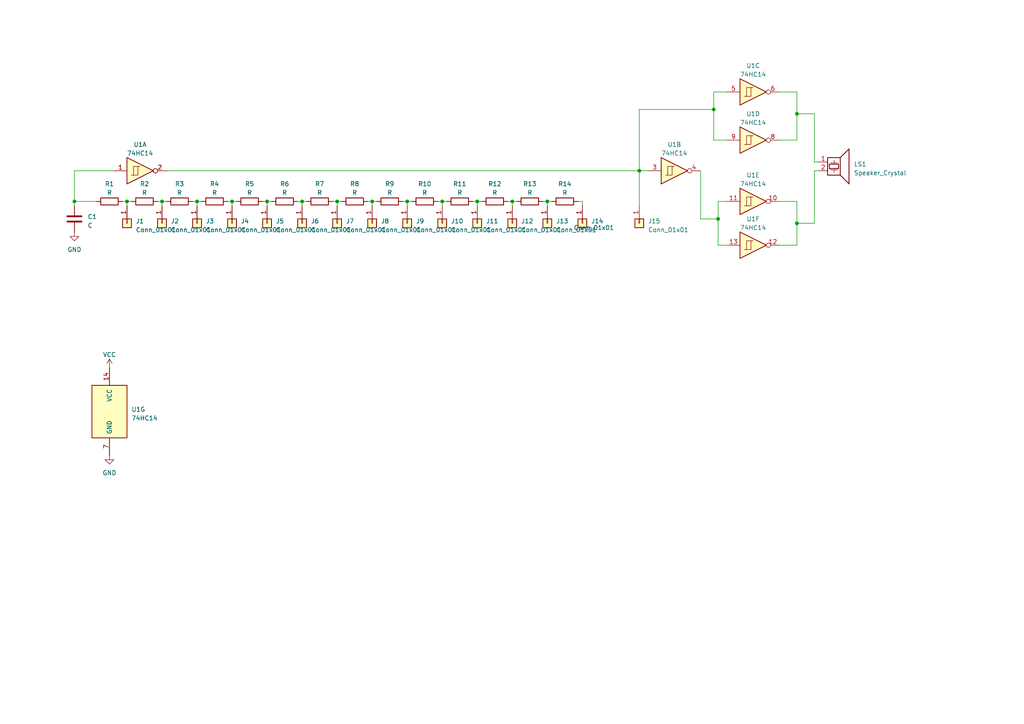
<source format=kicad_sch>
(kicad_sch (version 20230121) (generator eeschema)
  (paper "A4")
  (lib_symbols
    (symbol "74xx:74HC14" (pin_names (offset 1.016))
      (property "Reference" "U" (at 0 1.27 0))
      (property "Value" "74HC14" (at 0 -1.27 0))
      (symbol "74HC14_1_0"
        (polyline (pts (xy -3.81 3.81) (xy -3.81 -3.81) (xy 3.81 0) (xy -3.81 3.81)) (stroke (width 0.254)) (fill (type background)))
        (pin input line (at -7.62 0 0) (length 3.81) (name "~") (number "1"))
        (pin output inverted (at 7.62 0 180) (length 3.81) (name "~") (number "2"))
      )
      (symbol "74HC14_1_1"
        (polyline (pts (xy -1.905 -1.27) (xy -1.905 1.27) (xy -0.635 1.27)))
        (polyline (pts (xy -2.54 -1.27) (xy -0.635 -1.27) (xy -0.635 1.27) (xy 0 1.27)))
      )
      (symbol "74HC14_2_0"
        (polyline (pts (xy -3.81 3.81) (xy -3.81 -3.81) (xy 3.81 0) (xy -3.81 3.81)) (stroke (width 0.254)) (fill (type background)))
        (pin input line (at -7.62 0 0) (length 3.81) (name "~") (number "3"))
        (pin output inverted (at 7.62 0 180) (length 3.81) (name "~") (number "4"))
      )
      (symbol "74HC14_2_1"
        (polyline (pts (xy -1.905 -1.27) (xy -1.905 1.27) (xy -0.635 1.27)))
        (polyline (pts (xy -2.54 -1.27) (xy -0.635 -1.27) (xy -0.635 1.27) (xy 0 1.27)))
      )
      (symbol "74HC14_3_0"
        (polyline (pts (xy -3.81 3.81) (xy -3.81 -3.81) (xy 3.81 0) (xy -3.81 3.81)) (stroke (width 0.254)) (fill (type background)))
        (pin input line (at -7.62 0 0) (length 3.81) (name "~") (number "5"))
        (pin output inverted (at 7.62 0 180) (length 3.81) (name "~") (number "6"))
      )
      (symbol "74HC14_3_1"
        (polyline (pts (xy -1.905 -1.27) (xy -1.905 1.27) (xy -0.635 1.27)))
        (polyline (pts (xy -2.54 -1.27) (xy -0.635 -1.27) (xy -0.635 1.27) (xy 0 1.27)))
      )
      (symbol "74HC14_4_0"
        (polyline (pts (xy -3.81 3.81) (xy -3.81 -3.81) (xy 3.81 0) (xy -3.81 3.81)) (stroke (width 0.254)) (fill (type background)))
        (pin output inverted (at 7.62 0 180) (length 3.81) (name "~") (number "8"))
        (pin input line (at -7.62 0 0) (length 3.81) (name "~") (number "9"))
      )
      (symbol "74HC14_4_1"
        (polyline (pts (xy -1.905 -1.27) (xy -1.905 1.27) (xy -0.635 1.27)))
        (polyline (pts (xy -2.54 -1.27) (xy -0.635 -1.27) (xy -0.635 1.27) (xy 0 1.27)))
      )
      (symbol "74HC14_5_0"
        (polyline (pts (xy -3.81 3.81) (xy -3.81 -3.81) (xy 3.81 0) (xy -3.81 3.81)) (stroke (width 0.254)) (fill (type background)))
        (pin output inverted (at 7.62 0 180) (length 3.81) (name "~") (number "10"))
        (pin input line (at -7.62 0 0) (length 3.81) (name "~") (number "11"))
      )
      (symbol "74HC14_5_1"
        (polyline (pts (xy -1.905 -1.27) (xy -1.905 1.27) (xy -0.635 1.27)))
        (polyline (pts (xy -2.54 -1.27) (xy -0.635 -1.27) (xy -0.635 1.27) (xy 0 1.27)))
      )
      (symbol "74HC14_6_0"
        (polyline (pts (xy -3.81 3.81) (xy -3.81 -3.81) (xy 3.81 0) (xy -3.81 3.81)) (stroke (width 0.254)) (fill (type background)))
        (pin output inverted (at 7.62 0 180) (length 3.81) (name "~") (number "12"))
        (pin input line (at -7.62 0 0) (length 3.81) (name "~") (number "13"))
      )
      (symbol "74HC14_6_1"
        (polyline (pts (xy -1.905 -1.27) (xy -1.905 1.27) (xy -0.635 1.27)))
        (polyline (pts (xy -2.54 -1.27) (xy -0.635 -1.27) (xy -0.635 1.27) (xy 0 1.27)))
      )
      (symbol "74HC14_7_0"
        (pin power_in line (at 0 12.7 270) (length 5.08) (name "VCC") (number "14"))
        (pin power_in line (at 0 -12.7 90) (length 5.08) (name "GND") (number "7"))
      )
      (symbol "74HC14_7_1"
        (rectangle (start -5.08 7.62) (end 5.08 -7.62) (stroke (width 0.254)) (fill (type background)))
      )
    )
    (symbol "Connector_Generic:Conn_01x01" (pin_names (offset 1.016) hide)
      (property "Reference" "J" (at 0 2.54 0))
      (property "Value" "Conn_01x01" (at 0 -2.54 0))
      (symbol "Conn_01x01_1_1"
        (rectangle (start -1.27 0.127) (end 0 -0.127) (stroke (width 0.1524)))
        (rectangle (start -1.27 1.27) (end 1.27 -1.27) (stroke (width 0.254)) (fill (type background)))
        (pin passive line (at -5.08 0 0) (length 3.81) (name "Pin_1") (number "1"))
      )
    )
    (symbol "Device:C" (pin_numbers hide) (pin_names (offset 0.254))
      (property "Reference" "C" (at 0.635 2.54 0))
      (property "Value" "C" (at 0.635 -2.54 0))
      (symbol "C_0_1"
        (polyline (pts (xy -2.032 -0.762) (xy 2.032 -0.762)) (stroke (width 0.508)))
        (polyline (pts (xy -2.032 0.762) (xy 2.032 0.762)) (stroke (width 0.508)))
      )
      (symbol "C_1_1"
        (pin passive line (at 0 3.81 270) (length 2.794) (name "~") (number "1"))
        (pin passive line (at 0 -3.81 90) (length 2.794) (name "~") (number "2"))
      )
    )
    (symbol "Device:R" (pin_numbers hide) (pin_names (offset 0))
      (property "Reference" "R" (at 2.032 0 90))
      (property "Value" "R" (at 0 0 90))
      (symbol "R_0_1"
        (rectangle (start -1.016 -2.54) (end 1.016 2.54) (stroke (width 0.254)))
      )
      (symbol "R_1_1"
        (pin passive line (at 0 3.81 270) (length 1.27) (name "~") (number "1"))
        (pin passive line (at 0 -3.81 90) (length 1.27) (name "~") (number "2"))
      )
    )
    (symbol "Device:Speaker_Crystal" (pin_names (offset 0) hide)
      (property "Reference" "LS" (at 0.635 5.715 0))
      (property "Value" "Speaker_Crystal" (at 0.635 3.81 0))
      (symbol "Speaker_Crystal_0_0"
        (rectangle (start -2.54 1.27) (end 1.143 -3.81) (stroke (width 0.254)))
        (rectangle (start -2.032 -0.635) (end 0.635 -1.905) (stroke (width 0.254)))
        (polyline (pts (xy -1.651 -2.286) (xy 0.381 -2.286)))
        (polyline (pts (xy -1.651 -0.254) (xy 0.381 -0.254)))
        (polyline (pts (xy -0.635 -2.286) (xy -0.635 -3.048)))
        (polyline (pts (xy -0.635 -0.254) (xy -0.635 0.508)))
        (polyline (pts (xy 1.143 1.27) (xy 3.683 3.81) (xy 3.683 -6.35) (xy 1.143 -3.81)) (stroke (width 0.254)))
      )
      (symbol "Speaker_Crystal_1_1"
        (pin input line (at -5.08 0 0) (length 2.54) (name "1") (number "1"))
        (pin input line (at -5.08 -2.54 0) (length 2.54) (name "2") (number "2"))
      )
    )
    (symbol "power:GND" (power) (pin_names (offset 0))
      (property "Value" "GND" (at 0 -3.81 0))
      (symbol "GND_0_1"
        (polyline (pts (xy 0 0) (xy 0 -1.27) (xy 1.27 -1.27) (xy 0 -2.54) (xy -1.27 -1.27) (xy 0 -1.27)))
      )
      (symbol "GND_1_1"
        (pin power_in line (at 0 0 270) (length 0) hide (name "GND") (number "1"))
      )
    )
    (symbol "power:VCC" (power) (pin_names (offset 0))
      (property "Value" "VCC" (at 0 3.81 0))
      (symbol "VCC_0_1"
        (polyline (pts (xy -0.762 1.27) (xy 0 2.54)))
        (polyline (pts (xy 0 0) (xy 0 2.54)))
        (polyline (pts (xy 0 2.54) (xy 0.762 1.27)))
      )
      (symbol "VCC_1_1"
        (pin power_in line (at 0 0 90) (length 0) hide (name "VCC") (number "1"))
      )
    )
  )
  (junction (at 77.47 58.42))
  (junction (at 46.99 58.42))
  (junction (at 36.83 58.42))
  (junction (at 57.15 58.42))
  (junction (at 128.27 58.42))
  (junction (at 148.59 58.42))
  (junction (at 158.75 58.42))
  (junction (at 97.79 58.42))
  (junction (at 87.63 58.42))
  (junction (at 118.11 58.42))
  (junction (at 208.28 63.5))
  (junction (at 138.43 58.42))
  (junction (at 231.14 33.02))
  (junction (at 231.14 64.77))
  (junction (at 21.59 58.42))
  (junction (at 185.42 49.53))
  (junction (at 67.31 58.42))
  (junction (at 207.01 31.75))
  (junction (at 107.95 58.42))
  (wire (pts (xy 77.47 58.42) (xy 77.47 59.69)))
  (wire (pts (xy 147.32 58.42) (xy 148.59 58.42)))
  (wire (pts (xy 231.14 64.77) (xy 231.14 71.12)))
  (wire (pts (xy 128.27 58.42) (xy 129.54 58.42)))
  (wire (pts (xy 231.14 58.42) (xy 231.14 64.77)))
  (wire (pts (xy 157.48 58.42) (xy 158.75 58.42)))
  (wire (pts (xy 185.42 49.53) (xy 187.96 49.53)))
  (wire (pts (xy 231.14 26.67) (xy 231.14 33.02)))
  (wire (pts (xy 77.47 58.42) (xy 78.74 58.42)))
  (wire (pts (xy 128.27 58.42) (xy 128.27 59.69)))
  (wire (pts (xy 138.43 58.42) (xy 139.7 58.42)))
  (wire (pts (xy 116.84 58.42) (xy 118.11 58.42)))
  (wire (pts (xy 208.28 58.42) (xy 210.82 58.42)))
  (wire (pts (xy 231.14 40.64) (xy 226.06 40.64)))
  (wire (pts (xy 87.63 58.42) (xy 88.9 58.42)))
  (wire (pts (xy 148.59 58.42) (xy 148.59 59.69)))
  (wire (pts (xy 167.64 58.42) (xy 168.91 58.42)))
  (wire (pts (xy 207.01 40.64) (xy 210.82 40.64)))
  (wire (pts (xy 208.28 71.12) (xy 210.82 71.12)))
  (wire (pts (xy 127 58.42) (xy 128.27 58.42)))
  (wire (pts (xy 226.06 58.42) (xy 231.14 58.42)))
  (wire (pts (xy 118.11 58.42) (xy 118.11 59.69)))
  (wire (pts (xy 35.56 58.42) (xy 36.83 58.42)))
  (wire (pts (xy 86.36 58.42) (xy 87.63 58.42)))
  (wire (pts (xy 207.01 26.67) (xy 210.82 26.67)))
  (wire (pts (xy 231.14 33.02) (xy 236.22 33.02)))
  (wire (pts (xy 55.88 58.42) (xy 57.15 58.42)))
  (wire (pts (xy 185.42 31.75) (xy 207.01 31.75)))
  (wire (pts (xy 208.28 63.5) (xy 208.28 58.42)))
  (wire (pts (xy 57.15 58.42) (xy 57.15 59.69)))
  (wire (pts (xy 207.01 31.75) (xy 207.01 40.64)))
  (wire (pts (xy 46.99 58.42) (xy 46.99 59.69)))
  (wire (pts (xy 236.22 49.53) (xy 237.49 49.53)))
  (wire (pts (xy 118.11 58.42) (xy 119.38 58.42)))
  (wire (pts (xy 226.06 26.67) (xy 231.14 26.67)))
  (wire (pts (xy 21.59 58.42) (xy 21.59 59.69)))
  (wire (pts (xy 168.91 58.42) (xy 168.91 59.69)))
  (wire (pts (xy 48.26 49.53) (xy 185.42 49.53)))
  (wire (pts (xy 106.68 58.42) (xy 107.95 58.42)))
  (wire (pts (xy 21.59 49.53) (xy 33.02 49.53)))
  (wire (pts (xy 97.79 58.42) (xy 99.06 58.42)))
  (wire (pts (xy 36.83 58.42) (xy 38.1 58.42)))
  (wire (pts (xy 107.95 58.42) (xy 107.95 59.69)))
  (wire (pts (xy 203.2 63.5) (xy 208.28 63.5)))
  (wire (pts (xy 207.01 31.75) (xy 207.01 26.67)))
  (wire (pts (xy 21.59 58.42) (xy 27.94 58.42)))
  (wire (pts (xy 66.04 58.42) (xy 67.31 58.42)))
  (wire (pts (xy 208.28 63.5) (xy 208.28 71.12)))
  (wire (pts (xy 97.79 58.42) (xy 97.79 59.69)))
  (wire (pts (xy 185.42 31.75) (xy 185.42 49.53)))
  (wire (pts (xy 236.22 33.02) (xy 236.22 46.99)))
  (wire (pts (xy 231.14 71.12) (xy 226.06 71.12)))
  (wire (pts (xy 57.15 58.42) (xy 58.42 58.42)))
  (wire (pts (xy 76.2 58.42) (xy 77.47 58.42)))
  (wire (pts (xy 138.43 58.42) (xy 138.43 59.69)))
  (wire (pts (xy 158.75 58.42) (xy 160.02 58.42)))
  (wire (pts (xy 185.42 49.53) (xy 185.42 59.69)))
  (wire (pts (xy 137.16 58.42) (xy 138.43 58.42)))
  (wire (pts (xy 45.72 58.42) (xy 46.99 58.42)))
  (wire (pts (xy 231.14 33.02) (xy 231.14 40.64)))
  (wire (pts (xy 107.95 58.42) (xy 109.22 58.42)))
  (wire (pts (xy 148.59 58.42) (xy 149.86 58.42)))
  (wire (pts (xy 96.52 58.42) (xy 97.79 58.42)))
  (wire (pts (xy 87.63 58.42) (xy 87.63 59.69)))
  (wire (pts (xy 158.75 58.42) (xy 158.75 59.69)))
  (wire (pts (xy 67.31 58.42) (xy 67.31 59.69)))
  (wire (pts (xy 236.22 64.77) (xy 236.22 49.53)))
  (wire (pts (xy 36.83 58.42) (xy 36.83 59.69)))
  (wire (pts (xy 67.31 58.42) (xy 68.58 58.42)))
  (wire (pts (xy 236.22 46.99) (xy 237.49 46.99)))
  (wire (pts (xy 203.2 49.53) (xy 203.2 63.5)))
  (wire (pts (xy 21.59 49.53) (xy 21.59 58.42)))
  (wire (pts (xy 231.14 64.77) (xy 236.22 64.77)))
  (wire (pts (xy 46.99 58.42) (xy 48.26 58.42)))
  (symbol (lib_id "Connector_Generic:Conn_01x01") (at 138.43 64.77 270) (unit 1)
    (property "Reference" "J11" (at 140.97 64.135 90) (effects (justify left)))
    (property "Value" "Conn_01x01" (at 140.97 66.675 90) (effects (justify left)))
  )
  (symbol (lib_id "Connector_Generic:Conn_01x01") (at 87.63 64.77 270) (unit 1)
    (property "Reference" "J6" (at 90.17 64.135 90) (effects (justify left)))
    (property "Value" "Conn_01x01" (at 90.17 66.675 90) (effects (justify left)))
  )
  (symbol (lib_id "74xx:74HC14") (at 218.44 26.67 0) (unit 3)
    (property "Reference" "U1" (at 218.44 19.05 0))
    (property "Value" "74HC14" (at 218.44 21.59 0))
    (property "Footprint" "Package_DIP:DIP-14_W7.62mm" (effects hide))
    (property "Datasheet" "http://www.ti.com/lit/gpn/sn74HC14" (effects hide))
  )
  (symbol (lib_id "Connector_Generic:Conn_01x01") (at 57.15 64.77 270) (unit 1)
    (property "Reference" "J3" (at 59.69 64.135 90) (effects (justify left)))
    (property "Value" "Conn_01x01" (at 59.69 66.675 90) (effects (justify left)))
  )
  (symbol (lib_id "Device:R") (at 62.23 58.42 90) (unit 1)
    (property "Reference" "R4" (at 62.23 53.34 90))
    (property "Value" "R" (at 62.23 55.88 90))
    (property "Footprint" "Resistor_THT:R_Axial_DIN0207_L6.3mm_D2.5mm_P10.16mm_Horizontal" (effects hide))
  )
  (symbol (lib_id "Connector_Generic:Conn_01x01") (at 36.83 64.77 270) (unit 1)
    (property "Reference" "J1" (at 39.37 64.135 90) (effects (justify left)))
    (property "Value" "Conn_01x01" (at 39.37 66.675 90) (effects (justify left)))
  )
  (symbol (lib_id "Device:R") (at 163.83 58.42 90) (unit 1)
    (property "Reference" "R14" (at 163.83 53.34 90))
    (property "Value" "R" (at 163.83 55.88 90))
    (property "Footprint" "Resistor_THT:R_Axial_DIN0207_L6.3mm_D2.5mm_P10.16mm_Horizontal" (effects hide))
  )
  (symbol (lib_id "Device:R") (at 72.39 58.42 90) (unit 1)
    (property "Reference" "R5" (at 72.39 53.34 90))
    (property "Value" "R" (at 72.39 55.88 90))
    (property "Footprint" "Resistor_THT:R_Axial_DIN0207_L6.3mm_D2.5mm_P10.16mm_Horizontal" (effects hide))
  )
  (symbol (lib_id "Device:R") (at 143.51 58.42 90) (unit 1)
    (property "Reference" "R12" (at 143.51 53.34 90))
    (property "Value" "R" (at 143.51 55.88 90))
    (property "Footprint" "Resistor_THT:R_Axial_DIN0207_L6.3mm_D2.5mm_P10.16mm_Horizontal" (effects hide))
  )
  (symbol (lib_id "Device:R") (at 102.87 58.42 90) (unit 1)
    (property "Reference" "R8" (at 102.87 53.34 90))
    (property "Value" "R" (at 102.87 55.88 90))
    (property "Footprint" "Resistor_THT:R_Axial_DIN0207_L6.3mm_D2.5mm_P10.16mm_Horizontal" (effects hide))
  )
  (symbol (lib_id "power:GND") (at 21.59 67.31 0) (unit 1)
    (property "Reference" "#PWR03" (effects hide))
    (property "Value" "GND" (at 21.59 72.39 0))
  )
  (symbol (lib_id "Device:C") (at 21.59 63.5 0) (unit 1)
    (property "Reference" "C1" (at 25.4 62.865 0) (effects (justify left)))
    (property "Value" "C" (at 25.4 65.405 0) (effects (justify left)))
  )
  (symbol (lib_id "Connector_Generic:Conn_01x01") (at 148.59 64.77 270) (unit 1)
    (property "Reference" "J12" (at 151.13 64.135 90) (effects (justify left)))
    (property "Value" "Conn_01x01" (at 151.13 66.675 90) (effects (justify left)))
  )
  (symbol (lib_id "Connector_Generic:Conn_01x01") (at 97.79 64.77 270) (unit 1)
    (property "Reference" "J7" (at 100.33 64.135 90) (effects (justify left)))
    (property "Value" "Conn_01x01" (at 100.33 66.675 90) (effects (justify left)))
  )
  (symbol (lib_id "Connector_Generic:Conn_01x01") (at 168.91 64.77 270) (unit 1)
    (property "Reference" "J14" (at 171.45 64.135 90) (effects (justify left)))
    (property "Value" "Conn_01x01" (at 166.37 66.04 90) (effects (justify left)))
  )
  (symbol (lib_id "Connector_Generic:Conn_01x01") (at 107.95 64.77 270) (unit 1)
    (property "Reference" "J8" (at 110.49 64.135 90) (effects (justify left)))
    (property "Value" "Conn_01x01" (at 110.49 66.675 90) (effects (justify left)))
  )
  (symbol (lib_id "Device:Speaker_Crystal") (at 242.57 46.99 0) (unit 1)
    (property "Reference" "LS1" (at 247.65 47.625 0) (effects (justify left)))
    (property "Value" "Speaker_Crystal" (at 247.65 50.165 0) (effects (justify left)))
  )
  (symbol (lib_id "Device:R") (at 153.67 58.42 90) (unit 1)
    (property "Reference" "R13" (at 153.67 53.34 90))
    (property "Value" "R" (at 153.67 55.88 90))
    (property "Footprint" "Resistor_THT:R_Axial_DIN0207_L6.3mm_D2.5mm_P10.16mm_Horizontal" (effects hide))
  )
  (symbol (lib_id "Connector_Generic:Conn_01x01") (at 158.75 64.77 270) (unit 1)
    (property "Reference" "J13" (at 161.29 64.135 90) (effects (justify left)))
    (property "Value" "Conn_01x01" (at 161.29 66.675 90) (effects (justify left)))
  )
  (symbol (lib_id "74xx:74HC14") (at 195.58 49.53 0) (unit 2)
    (property "Reference" "U1" (at 195.58 41.91 0))
    (property "Value" "74HC14" (at 195.58 44.45 0))
    (property "Footprint" "Package_DIP:DIP-14_W7.62mm" (effects hide))
    (property "Datasheet" "http://www.ti.com/lit/gpn/sn74HC14" (effects hide))
  )
  (symbol (lib_id "74xx:74HC14") (at 40.64 49.53 0) (unit 1)
    (property "Reference" "U1" (at 40.64 41.91 0))
    (property "Value" "74HC14" (at 40.64 44.45 0))
    (property "Footprint" "Package_DIP:DIP-14_W7.62mm" (effects hide))
    (property "Datasheet" "http://www.ti.com/lit/gpn/sn74HC14" (effects hide))
  )
  (symbol (lib_id "Connector_Generic:Conn_01x01") (at 128.27 64.77 270) (unit 1)
    (property "Reference" "J10" (at 130.81 64.135 90) (effects (justify left)))
    (property "Value" "Conn_01x01" (at 130.81 66.675 90) (effects (justify left)))
  )
  (symbol (lib_id "Device:R") (at 82.55 58.42 90) (unit 1)
    (property "Reference" "R6" (at 82.55 53.34 90))
    (property "Value" "R" (at 82.55 55.88 90))
    (property "Footprint" "Resistor_THT:R_Axial_DIN0207_L6.3mm_D2.5mm_P10.16mm_Horizontal" (effects hide))
  )
  (symbol (lib_id "Device:R") (at 92.71 58.42 90) (unit 1)
    (property "Reference" "R7" (at 92.71 53.34 90))
    (property "Value" "R" (at 92.71 55.88 90))
    (property "Footprint" "Resistor_THT:R_Axial_DIN0207_L6.3mm_D2.5mm_P10.16mm_Horizontal" (effects hide))
  )
  (symbol (lib_id "Device:R") (at 113.03 58.42 90) (unit 1)
    (property "Reference" "R9" (at 113.03 53.34 90))
    (property "Value" "R" (at 113.03 55.88 90))
    (property "Footprint" "Resistor_THT:R_Axial_DIN0207_L6.3mm_D2.5mm_P10.16mm_Horizontal" (effects hide))
  )
  (symbol (lib_id "power:GND") (at 31.75 132.08 0) (unit 1)
    (property "Reference" "#PWR01" (effects hide))
    (property "Value" "GND" (at 31.75 137.16 0))
  )
  (symbol (lib_id "74xx:74HC14") (at 218.44 71.12 0) (unit 6)
    (property "Reference" "U1" (at 218.44 63.5 0))
    (property "Value" "74HC14" (at 218.44 66.04 0))
    (property "Footprint" "Package_DIP:DIP-14_W7.62mm" (effects hide))
    (property "Datasheet" "http://www.ti.com/lit/gpn/sn74HC14" (effects hide))
  )
  (symbol (lib_id "Device:R") (at 41.91 58.42 90) (unit 1)
    (property "Reference" "R2" (at 41.91 53.34 90))
    (property "Value" "R" (at 41.91 55.88 90))
    (property "Footprint" "Resistor_THT:R_Axial_DIN0207_L6.3mm_D2.5mm_P10.16mm_Horizontal" (effects hide))
  )
  (symbol (lib_id "74xx:74HC14") (at 218.44 58.42 0) (unit 5)
    (property "Reference" "U1" (at 218.44 50.8 0))
    (property "Value" "74HC14" (at 218.44 53.34 0))
    (property "Footprint" "Package_DIP:DIP-14_W7.62mm" (effects hide))
    (property "Datasheet" "http://www.ti.com/lit/gpn/sn74HC14" (effects hide))
  )
  (symbol (lib_id "Connector_Generic:Conn_01x01") (at 67.31 64.77 270) (unit 1)
    (property "Reference" "J4" (at 69.85 64.135 90) (effects (justify left)))
    (property "Value" "Conn_01x01" (at 69.85 66.675 90) (effects (justify left)))
  )
  (symbol (lib_id "74xx:74HC14") (at 218.44 40.64 0) (unit 4)
    (property "Reference" "U1" (at 218.44 33.02 0))
    (property "Value" "74HC14" (at 218.44 35.56 0))
    (property "Footprint" "Package_DIP:DIP-14_W7.62mm" (effects hide))
    (property "Datasheet" "http://www.ti.com/lit/gpn/sn74HC14" (effects hide))
  )
  (symbol (lib_id "Connector_Generic:Conn_01x01") (at 118.11 64.77 270) (unit 1)
    (property "Reference" "J9" (at 120.65 64.135 90) (effects (justify left)))
    (property "Value" "Conn_01x01" (at 120.65 66.675 90) (effects (justify left)))
  )
  (symbol (lib_id "74xx:74HC14") (at 31.75 119.38 0) (unit 7)
    (property "Reference" "U1" (at 38.1 118.745 0) (effects (justify left)))
    (property "Value" "74HC14" (at 38.1 121.285 0) (effects (justify left)))
    (property "Footprint" "Package_DIP:DIP-14_W7.62mm" (effects hide))
    (property "Datasheet" "http://www.ti.com/lit/gpn/sn74HC14" (effects hide))
  )
  (symbol (lib_id "Connector_Generic:Conn_01x01") (at 185.42 64.77 270) (unit 1)
    (property "Reference" "J15" (at 187.96 64.135 90) (effects (justify left)))
    (property "Value" "Conn_01x01" (at 187.96 66.675 90) (effects (justify left)))
  )
  (symbol (lib_id "power:VCC") (at 31.75 106.68 0) (unit 1)
    (property "Reference" "#PWR02" (effects hide))
    (property "Value" "VCC" (at 31.75 102.87 0))
  )
  (symbol (lib_id "Connector_Generic:Conn_01x01") (at 77.47 64.77 270) (unit 1)
    (property "Reference" "J5" (at 80.01 64.135 90) (effects (justify left)))
    (property "Value" "Conn_01x01" (at 80.01 66.675 90) (effects (justify left)))
  )
  (symbol (lib_id "Connector_Generic:Conn_01x01") (at 46.99 64.77 270) (unit 1)
    (property "Reference" "J2" (at 49.53 64.135 90) (effects (justify left)))
    (property "Value" "Conn_01x01" (at 49.53 66.675 90) (effects (justify left)))
  )
  (symbol (lib_id "Device:R") (at 123.19 58.42 90) (unit 1)
    (property "Reference" "R10" (at 123.19 53.34 90))
    (property "Value" "R" (at 123.19 55.88 90))
    (property "Footprint" "Resistor_THT:R_Axial_DIN0207_L6.3mm_D2.5mm_P10.16mm_Horizontal" (effects hide))
  )
  (symbol (lib_id "Device:R") (at 133.35 58.42 90) (unit 1)
    (property "Reference" "R11" (at 133.35 53.34 90))
    (property "Value" "R" (at 133.35 55.88 90))
    (property "Footprint" "Resistor_THT:R_Axial_DIN0207_L6.3mm_D2.5mm_P10.16mm_Horizontal" (effects hide))
  )
  (symbol (lib_id "Device:R") (at 31.75 58.42 90) (unit 1)
    (property "Reference" "R1" (at 31.75 53.34 90))
    (property "Value" "R" (at 31.75 55.88 90))
    (property "Footprint" "Resistor_THT:R_Axial_DIN0207_L6.3mm_D2.5mm_P10.16mm_Horizontal" (effects hide))
  )
  (symbol (lib_id "Device:R") (at 52.07 58.42 90) (unit 1)
    (property "Reference" "R3" (at 52.07 53.34 90))
    (property "Value" "R" (at 52.07 55.88 90))
    (property "Footprint" "Resistor_THT:R_Axial_DIN0207_L6.3mm_D2.5mm_P10.16mm_Horizontal" (effects hide))
  )
)
</source>
